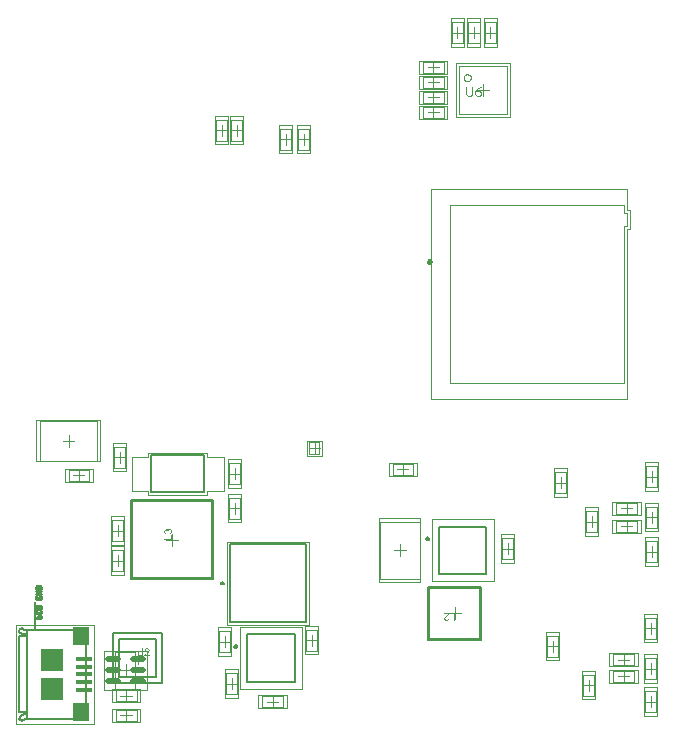
<source format=gbp>
%FSTAX23Y23*%
%MOIN*%
%SFA1B1*%

%IPPOS*%
%ADD10C,0.009449*%
%ADD13C,0.007874*%
%ADD14C,0.005000*%
%ADD16C,0.004000*%
%ADD17C,0.003937*%
%ADD18C,0.010000*%
%ADD19C,0.001969*%
%ADD88O,0.053150X0.017716*%
%ADD89R,0.053150X0.015748*%
%ADD90R,0.055118X0.062992*%
%ADD91R,0.074803X0.074803*%
%LNsolears_v1-1*%
%LPD*%
G36*
X01384Y01353D02*
Y01353D01*
Y01352*
Y01352*
Y01352*
X01384Y01352*
Y01351*
X01384Y01351*
X01384Y0135*
X01384Y01349*
X01384Y01348*
X01384Y01347*
X01384Y01347*
X01383Y01346*
Y01346*
X01383Y01346*
X01383Y01346*
X01383Y01346*
X01383Y01346*
X01383Y01345*
X01382Y01345*
X01382Y01344*
X01381Y01343*
X0138Y01343*
X0138*
X0138Y01343*
X0138Y01343*
X0138Y01343*
X0138Y01343*
X01379Y01342*
X01379Y01342*
X01379Y01342*
X01378Y01342*
X01378Y01342*
X01377Y01342*
X01377Y01342*
X01376Y01342*
X01376Y01342*
X01374Y01341*
X01374*
X01374Y01342*
X01374*
X01373Y01342*
X01373Y01342*
X01372Y01342*
X01371Y01342*
X01371Y01342*
X0137Y01342*
X01369Y01343*
X01369*
X01369Y01343*
X01368Y01343*
X01368Y01343*
X01368Y01343*
X01367Y01344*
X01367Y01344*
X01366Y01345*
X01366Y01345*
X01365Y01346*
Y01346*
X01365Y01346*
X01365Y01346*
X01365Y01347*
X01365Y01347*
X01365Y01347*
X01365Y01347*
X01365Y01348*
X01365Y01348*
X01365Y01349*
X01365Y01349*
X01365Y0135*
X01365Y0135*
X01365Y01351*
X01365Y01352*
Y01353*
Y01367*
X01368*
Y01353*
Y01353*
Y01352*
Y01352*
Y01352*
X01368Y01352*
Y01351*
X01368Y01351*
X01368Y0135*
X01368Y01349*
X01368Y01348*
X01368Y01348*
X01368Y01348*
X01368Y01348*
X01369Y01347*
X01369Y01347*
X01369Y01347*
X01369Y01346*
X0137Y01346*
X0137Y01346*
X01371Y01345*
X01371Y01345*
X01371Y01345*
X01371Y01345*
X01372Y01345*
X01372Y01345*
X01373Y01345*
X01373Y01345*
X01374Y01344*
X01375*
X01375Y01345*
X01375*
X01375Y01345*
X01376Y01345*
X01377Y01345*
X01378Y01345*
X01379Y01346*
X01379Y01346*
X01379Y01346*
X01379Y01346*
X01379Y01346*
X0138Y01346*
X0138Y01346*
X0138Y01347*
X0138Y01347*
X0138Y01347*
X0138Y01348*
X0138Y01348*
X0138Y01348*
X01381Y01349*
X01381Y0135*
X01381Y0135*
X01381Y01351*
X01381Y01352*
Y01353*
Y01367*
X01384*
Y01353*
G37*
G36*
X01398Y01367D02*
X01398Y01367D01*
X01398Y01367*
X01399Y01367*
X01399Y01367*
X014Y01367*
X01401Y01366*
X01401Y01366*
X01402Y01366*
X01402Y01366*
X01403Y01365*
X01403Y01365*
X01403Y01365*
X01403Y01365*
X01403Y01365*
X01403Y01365*
X01403Y01364*
X01404Y01364*
X01404Y01364*
X01404Y01363*
X01405Y01362*
X01405Y01362*
X01405Y01361*
X01405Y01361*
X01405Y0136*
Y0136*
Y0136*
X01405Y0136*
X01405Y01359*
X01405Y01359*
X01405Y01358*
X01404Y01358*
X01404Y01357*
X01404Y01357*
X01404Y01357*
X01404Y01357*
X01404Y01356*
X01403Y01356*
X01403Y01355*
X01403Y01355*
X01402Y01354*
X01402Y01354*
X01402Y01354*
X01402Y01354*
X01401Y01353*
X01401Y01353*
X01401Y01353*
X01401Y01353*
X014Y01352*
X014Y01352*
X014Y01352*
X01399Y01351*
X01399Y01351*
X01398Y0135*
X01397Y0135*
X01397Y0135*
X01397Y0135*
X01397Y0135*
X01397Y01349*
X01397Y01349*
X01396Y01349*
X01396Y01348*
X01395Y01348*
X01395Y01347*
X01394Y01347*
X01394Y01347*
X01394Y01347*
X01394Y01346*
X01394Y01346*
X01393Y01346*
X01393Y01346*
X01393Y01346*
X01393Y01346*
X01392Y01345*
X01405*
Y01342*
X01388*
Y01342*
Y01342*
Y01342*
X01388Y01343*
X01388Y01343*
X01388Y01343*
X01388Y01344*
X01389Y01344*
Y01344*
X01389Y01344*
X01389Y01344*
X01389Y01345*
X01389Y01345*
X01389Y01346*
X0139Y01346*
X0139Y01347*
X01391Y01347*
Y01347*
X01391Y01347*
X01391Y01348*
X01391Y01348*
X01392Y01349*
X01392Y01349*
X01393Y0135*
X01394Y0135*
X01395Y01351*
X01395Y01351*
X01395Y01351*
X01395Y01352*
X01395Y01352*
X01396Y01352*
X01396Y01352*
X01396Y01353*
X01397Y01353*
X01398Y01354*
X01399Y01355*
X01399Y01355*
X014Y01356*
X014Y01356*
X014Y01357*
Y01357*
X014Y01357*
X014Y01357*
X014Y01357*
X01401Y01357*
X01401Y01358*
X01401Y01358*
X01401Y01359*
X01402Y0136*
X01402Y0136*
Y0136*
Y0136*
X01402Y01361*
X01402Y01361*
X01401Y01361*
X01401Y01362*
X01401Y01362*
X01401Y01363*
X014Y01363*
X014Y01363*
X014Y01364*
X014Y01364*
X01399Y01364*
X01399Y01364*
X01398Y01364*
X01398Y01365*
X01397Y01365*
X01397*
X01396Y01365*
X01396Y01365*
X01396Y01364*
X01395Y01364*
X01394Y01364*
X01394Y01364*
X01393Y01363*
X01393Y01363*
X01393Y01363*
X01393Y01363*
X01393Y01362*
X01392Y01362*
X01392Y01361*
X01392Y0136*
X01392Y0136*
X01389Y0136*
Y0136*
X01389Y0136*
Y0136*
X01389Y01361*
X01389Y01361*
X01389Y01361*
X01389Y01362*
X01389Y01362*
X01389Y01363*
X0139Y01364*
X0139Y01364*
X0139Y01365*
X01391Y01365*
X01391Y01365*
X01391Y01365*
X01391Y01365*
X01391Y01366*
X01392Y01366*
X01392Y01366*
X01392Y01366*
X01392Y01366*
X01393Y01366*
X01393Y01366*
X01394Y01367*
X01394Y01367*
X01395Y01367*
X01395Y01367*
X01396Y01367*
X01396Y01367*
X01397Y01367*
X01397*
X01398Y01367*
G37*
G36*
X02423Y01459D02*
X02419D01*
Y01482*
X02407*
Y01485*
X02423*
Y01459*
G37*
G36*
X02405Y01484D02*
Y01484D01*
Y01484*
X02405Y01484*
X02405Y01483*
X02405Y01483*
X02405Y01483*
X02404Y01482*
Y01482*
X02404Y01482*
X02404Y01482*
X02404Y01482*
X02404Y01481*
X02404Y01481*
X02403Y0148*
X02403Y0148*
X02402Y01479*
Y01479*
X02402Y01479*
X02402Y01479*
X02402Y01478*
X02401Y01478*
X02401Y01477*
X024Y01477*
X02399Y01476*
X02398Y01475*
X02398Y01475*
X02398Y01475*
X02398Y01475*
X02398Y01475*
X02397Y01474*
X02397Y01474*
X02397Y01474*
X02396Y01473*
X02395Y01472*
X02394Y01472*
X02394Y01471*
X02393Y01471*
X02393Y0147*
X02393Y0147*
Y0147*
X02393Y0147*
X02393Y0147*
X02393Y0147*
X02392Y01469*
X02392Y01469*
X02392Y01468*
X02392Y01467*
X02391Y01467*
X02391Y01466*
Y01466*
Y01466*
X02391Y01466*
X02391Y01465*
X02392Y01465*
X02392Y01465*
X02392Y01464*
X02392Y01464*
X02393Y01463*
X02393Y01463*
X02393Y01463*
X02393Y01463*
X02394Y01462*
X02394Y01462*
X02395Y01462*
X02395Y01462*
X02396Y01462*
X02396*
X02396Y01462*
X02397Y01462*
X02397Y01462*
X02398Y01462*
X02399Y01462*
X02399Y01463*
X024Y01463*
X024Y01463*
X024Y01463*
X024Y01464*
X024Y01464*
X02401Y01465*
X02401Y01465*
X02401Y01466*
X02401Y01467*
X02404Y01466*
Y01466*
X02404Y01466*
Y01466*
X02404Y01466*
X02404Y01466*
X02404Y01465*
X02404Y01465*
X02404Y01464*
X02404Y01464*
X02403Y01463*
X02403Y01462*
X02403Y01462*
X02402Y01461*
X02402Y01461*
X02402Y01461*
X02402Y01461*
X02402Y01461*
X02401Y01461*
X02401Y01461*
X02401Y01461*
X02401Y0146*
X024Y0146*
X024Y0146*
X02399Y0146*
X02399Y0146*
X02398Y01459*
X02398Y01459*
X02397Y01459*
X02397Y01459*
X02396Y01459*
X02396*
X02395Y01459*
X02395Y01459*
X02395Y01459*
X02394Y01459*
X02394Y01459*
X02393Y0146*
X02392Y0146*
X02392Y0146*
X02391Y01461*
X02391Y01461*
X0239Y01461*
X0239Y01461*
X0239Y01461*
X0239Y01461*
X0239Y01462*
X0239Y01462*
X0239Y01462*
X02389Y01462*
X02389Y01463*
X02389Y01463*
X02388Y01464*
X02388Y01465*
X02388Y01465*
X02388Y01466*
X02388Y01466*
Y01466*
Y01466*
X02388Y01467*
X02388Y01467*
X02388Y01468*
X02388Y01468*
X02389Y01469*
X02389Y01469*
X02389Y01469*
X02389Y01469*
X02389Y0147*
X02389Y0147*
X0239Y01471*
X0239Y01471*
X0239Y01472*
X02391Y01472*
X02391Y01472*
X02391Y01473*
X02391Y01473*
X02392Y01473*
X02392Y01473*
X02392Y01473*
X02392Y01474*
X02393Y01474*
X02393Y01474*
X02393Y01475*
X02394Y01475*
X02394Y01476*
X02395Y01476*
X02396Y01477*
X02396Y01477*
X02396Y01477*
X02396Y01477*
X02396Y01477*
X02396Y01477*
X02397Y01477*
X02397Y01478*
X02398Y01478*
X02398Y01479*
X02399Y0148*
X02399Y0148*
X02399Y0148*
X02399Y0148*
X02399Y0148*
X024Y0148*
X024Y0148*
X024Y01481*
X024Y01481*
X02401Y01482*
X02388*
Y01485*
X02405*
Y01484*
G37*
G36*
X01473Y01765D02*
X01473Y01765D01*
X01473Y01765*
X01474Y01765*
X01474Y01765*
X01475Y01764*
X01475Y01764*
X01476Y01764*
X01476Y01764*
X01477Y01763*
X01477Y01763*
X01478Y01763*
X01478Y01762*
X01478Y01762*
X01478Y01762*
X01478Y01762*
X01478Y01762*
X01478Y01762*
X01479Y01761*
X01479Y01761*
X01479Y0176*
X01479Y0176*
X01479Y01759*
X0148Y01759*
X0148Y01758*
X0148Y01758*
X0148Y01757*
X0148Y01756*
Y01756*
X0148Y01756*
X0148Y01756*
X0148Y01755*
X0148Y01755*
X0148Y01755*
X01479Y01754*
X01479Y01753*
X01479Y01752*
X01479Y01752*
X01478Y01751*
X01478Y01751*
X01478Y01751*
X01478Y01751*
X01478Y01751*
X01478Y01751*
X01477Y0175*
X01477Y0175*
X01477Y0175*
X01477Y0175*
X01476Y0175*
X01476Y01749*
X01475Y01749*
X01474Y01749*
X01473Y01749*
X01473Y01748*
X01472Y01752*
X01472*
X01473Y01752*
X01473Y01752*
X01473Y01752*
X01473Y01752*
X01473Y01752*
X01474Y01752*
X01475Y01752*
X01475Y01753*
X01476Y01753*
X01476Y01753*
X01476Y01753*
X01476Y01754*
X01477Y01754*
X01477Y01754*
X01477Y01755*
X01477Y01755*
X01477Y01756*
X01477Y01756*
Y01757*
X01477Y01757*
X01477Y01757*
X01477Y01758*
X01477Y01758*
X01477Y01759*
X01476Y0176*
X01476Y0176*
X01476Y0176*
X01476Y0176*
X01475Y01761*
X01475Y01761*
X01474Y01761*
X01474Y01761*
X01473Y01762*
X01472Y01762*
X01472*
X01472*
X01472*
X01472Y01762*
X01471Y01762*
X01471Y01761*
X0147Y01761*
X0147Y01761*
X01469Y01761*
X01469Y0176*
X01469Y0176*
X01468Y0176*
X01468Y0176*
X01468Y01759*
X01468Y01759*
X01467Y01758*
X01467Y01757*
X01467Y01757*
Y01756*
X01467Y01756*
X01467Y01756*
X01467Y01755*
X01467Y01755*
X01468Y01755*
X01465Y01755*
Y01755*
X01465Y01755*
Y01756*
X01465Y01756*
X01465Y01757*
X01465Y01757*
X01464Y01758*
X01464Y01758*
X01464Y01759*
Y01759*
X01464Y01759*
X01464Y01759*
X01463Y01759*
X01463Y0176*
X01463Y0176*
X01462Y0176*
X01461Y0176*
X01461Y01761*
X01461*
X01461*
X01461*
X0146*
X0146Y0176*
X0146Y0176*
X01459Y0176*
X01459Y0176*
X01458Y0176*
X01458Y01759*
X01458Y01759*
X01458Y01759*
X01458Y01759*
X01457Y01759*
X01457Y01758*
X01457Y01758*
X01457Y01757*
X01457Y01756*
Y01756*
X01457Y01756*
X01457Y01755*
X01457Y01755*
X01457Y01754*
X01458Y01754*
X01458Y01753*
X01458Y01753*
X01458Y01753*
X01458Y01753*
X01459Y01753*
X01459Y01753*
X0146Y01752*
X0146Y01752*
X01461Y01752*
X01461Y01749*
X01461*
X01461Y01749*
X0146Y01749*
X0146Y01749*
X0146Y01749*
X0146Y01749*
X01459Y01749*
X01458Y0175*
X01457Y0175*
X01457Y01751*
X01456Y01751*
X01456Y01751*
X01456Y01751*
X01456Y01752*
X01456Y01752*
X01456Y01752*
X01455Y01752*
X01455Y01752*
X01455Y01753*
X01455Y01753*
X01454Y01754*
X01454Y01755*
X01454Y01756*
Y01757*
X01454Y01757*
X01454Y01758*
X01454Y01758*
X01455Y01759*
X01455Y01759*
X01455Y0176*
Y0176*
X01455Y0176*
X01455Y0176*
X01455Y01761*
X01456Y01761*
X01456Y01762*
X01456Y01762*
X01457Y01762*
X01458Y01763*
X01458Y01763*
X01458Y01763*
X01458Y01763*
X01458Y01763*
X01459Y01763*
X0146Y01764*
X0146Y01764*
X01461Y01764*
X01461*
X01461*
X01461Y01764*
X01462Y01764*
X01462Y01763*
X01463Y01763*
X01463Y01763*
X01464Y01763*
X01464Y01763*
X01464Y01763*
X01464Y01762*
X01465Y01762*
X01465Y01762*
X01465Y01761*
X01466Y01761*
X01466Y0176*
Y0176*
X01466Y0176*
X01466Y0176*
X01466Y01761*
X01466Y01761*
X01466Y01761*
X01467Y01762*
X01467Y01763*
X01467Y01763*
X01468Y01764*
X01468Y01764*
X01468Y01764*
X01469Y01764*
X01469Y01764*
X0147Y01765*
X0147Y01765*
X01471Y01765*
X01472Y01765*
X01472*
X01472*
X01472*
X01473Y01765*
G37*
G36*
X0148Y0173D02*
X01454D01*
Y01733*
X01477*
Y01746*
X0148*
Y0173*
G37*
G54D10*
X02342Y02657D02*
D01*
X02342Y02657*
X02342Y02657*
X02342Y02658*
X02342Y02658*
X02342Y02658*
X02342Y02659*
X02342Y02659*
X02341Y02659*
X02341Y02659*
X02341Y0266*
X02341Y0266*
X02341Y0266*
X0234Y0266*
X0234Y02661*
X0234Y02661*
X02339Y02661*
X02339Y02661*
X02339Y02661*
X02339Y02661*
X02338Y02661*
X02338Y02661*
X02338Y02661*
X02337*
X02337Y02661*
X02337Y02661*
X02336Y02661*
X02336Y02661*
X02336Y02661*
X02335Y02661*
X02335Y02661*
X02335Y02661*
X02334Y0266*
X02334Y0266*
X02334Y0266*
X02334Y0266*
X02334Y02659*
X02333Y02659*
X02333Y02659*
X02333Y02659*
X02333Y02658*
X02333Y02658*
X02333Y02658*
X02333Y02657*
X02333Y02657*
X02333Y02657*
X02333Y02656*
X02333Y02656*
X02333Y02656*
X02333Y02655*
X02333Y02655*
X02333Y02655*
X02333Y02654*
X02333Y02654*
X02334Y02654*
X02334Y02654*
X02334Y02653*
X02334Y02653*
X02334Y02653*
X02335Y02653*
X02335Y02653*
X02335Y02652*
X02336Y02652*
X02336Y02652*
X02336Y02652*
X02337Y02652*
X02337Y02652*
X02337Y02652*
X02338*
X02338Y02652*
X02338Y02652*
X02339Y02652*
X02339Y02652*
X02339Y02652*
X02339Y02652*
X0234Y02653*
X0234Y02653*
X0234Y02653*
X02341Y02653*
X02341Y02653*
X02341Y02654*
X02341Y02654*
X02341Y02654*
X02342Y02654*
X02342Y02655*
X02342Y02655*
X02342Y02655*
X02342Y02656*
X02342Y02656*
X02342Y02656*
X02342Y02657*
G54D13*
X01302Y01397D02*
X01427D01*
Y01272D02*
Y01397D01*
X01302Y01272D02*
X01427D01*
X01302D02*
Y01397D01*
X02338Y014D02*
X02507D01*
X02338D02*
Y01569D01*
X02507*
Y014D02*
Y01569D01*
X01346Y01601D02*
Y01859D01*
X01613*
Y01601D02*
Y01859D01*
X01346Y01601D02*
X01613D01*
X01282Y01417D02*
X01447D01*
Y01252D02*
Y01417D01*
X01282Y01252D02*
X01447D01*
X01282D02*
Y01417D01*
X02334Y01396D02*
X02511D01*
X02334D02*
Y01573D01*
X02511*
Y01396D02*
Y01573D01*
X01342Y01597D02*
Y01863D01*
X01617*
Y01597D02*
Y01863D01*
X01342Y01597D02*
X01617D01*
X01282Y01417D02*
X01447D01*
Y01252D02*
Y01417D01*
X01282Y01252D02*
X01447D01*
X01282D02*
Y01417D01*
X02334Y01396D02*
X02511D01*
X02334D02*
Y01573D01*
X02511*
Y01396D02*
Y01573D01*
X01342Y01597D02*
Y01863D01*
X01617*
Y01597D02*
Y01863D01*
X01342Y01597D02*
X01617D01*
X01652Y01585D02*
D01*
X01652Y01585*
X01652Y01585*
X01652Y01585*
X01652Y01586*
X01652Y01586*
X01652Y01586*
X01651Y01586*
X01651Y01587*
X01651Y01587*
X01651Y01587*
X01651Y01587*
X01651Y01587*
X0165Y01588*
X0165Y01588*
X0165Y01588*
X0165Y01588*
X01649Y01588*
X01649Y01588*
X01649Y01588*
X01649Y01588*
X01648Y01588*
X01648Y01588*
X01648*
X01648Y01588*
X01647Y01588*
X01647Y01588*
X01647Y01588*
X01646Y01588*
X01646Y01588*
X01646Y01588*
X01646Y01588*
X01646Y01588*
X01645Y01587*
X01645Y01587*
X01645Y01587*
X01645Y01587*
X01645Y01587*
X01644Y01586*
X01644Y01586*
X01644Y01586*
X01644Y01586*
X01644Y01585*
X01644Y01585*
X01644Y01585*
X01644Y01585*
X01644Y01584*
X01644Y01584*
X01644Y01584*
X01644Y01583*
X01644Y01583*
X01644Y01583*
X01644Y01583*
X01645Y01582*
X01645Y01582*
X01645Y01582*
X01645Y01582*
X01645Y01582*
X01646Y01581*
X01646Y01581*
X01646Y01581*
X01646Y01581*
X01646Y01581*
X01647Y01581*
X01647Y01581*
X01647Y01581*
X01648Y01581*
X01648Y01581*
X01648*
X01648Y01581*
X01649Y01581*
X01649Y01581*
X01649Y01581*
X01649Y01581*
X0165Y01581*
X0165Y01581*
X0165Y01581*
X0165Y01581*
X01651Y01582*
X01651Y01582*
X01651Y01582*
X01651Y01582*
X01651Y01582*
X01651Y01583*
X01652Y01583*
X01652Y01583*
X01652Y01583*
X01652Y01584*
X01652Y01584*
X01652Y01584*
X01652Y01585*
X02336Y01733D02*
D01*
X02336Y01733*
X02336Y01733*
X02336Y01734*
X02336Y01734*
X02336Y01734*
X02336Y01734*
X02336Y01735*
X02336Y01735*
X02336Y01735*
X02335Y01735*
X02335Y01736*
X02335Y01736*
X02335Y01736*
X02335Y01736*
X02334Y01736*
X02334Y01736*
X02334Y01737*
X02334Y01737*
X02333Y01737*
X02333Y01737*
X02333Y01737*
X02333Y01737*
X02332*
X02332Y01737*
X02332Y01737*
X02331Y01737*
X02331Y01737*
X02331Y01737*
X02331Y01736*
X0233Y01736*
X0233Y01736*
X0233Y01736*
X0233Y01736*
X0233Y01736*
X02329Y01735*
X02329Y01735*
X02329Y01735*
X02329Y01735*
X02329Y01734*
X02329Y01734*
X02329Y01734*
X02329Y01734*
X02328Y01733*
X02328Y01733*
X02328Y01733*
X02328Y01733*
X02328Y01732*
X02329Y01732*
X02329Y01732*
X02329Y01732*
X02329Y01731*
X02329Y01731*
X02329Y01731*
X02329Y01731*
X02329Y0173*
X0233Y0173*
X0233Y0173*
X0233Y0173*
X0233Y0173*
X0233Y01729*
X02331Y01729*
X02331Y01729*
X02331Y01729*
X02331Y01729*
X02332Y01729*
X02332Y01729*
X02332Y01729*
X02333*
X02333Y01729*
X02333Y01729*
X02333Y01729*
X02334Y01729*
X02334Y01729*
X02334Y01729*
X02334Y01729*
X02335Y0173*
X02335Y0173*
X02335Y0173*
X02335Y0173*
X02335Y0173*
X02336Y01731*
X02336Y01731*
X02336Y01731*
X02336Y01731*
X02336Y01732*
X02336Y01732*
X02336Y01732*
X02336Y01732*
X02336Y01733*
X02336Y01733*
X01696Y01374D02*
D01*
X01696Y01374*
X01695Y01374*
X01695Y01375*
X01695Y01375*
X01695Y01375*
X01695Y01375*
X01695Y01376*
X01695Y01376*
X01695Y01376*
X01695Y01376*
X01694Y01377*
X01694Y01377*
X01694Y01377*
X01694Y01377*
X01694Y01377*
X01693Y01377*
X01693Y01378*
X01693Y01378*
X01693Y01378*
X01692Y01378*
X01692Y01378*
X01692Y01378*
X01691*
X01691Y01378*
X01691Y01378*
X01691Y01378*
X0169Y01378*
X0169Y01378*
X0169Y01377*
X0169Y01377*
X01689Y01377*
X01689Y01377*
X01689Y01377*
X01689Y01377*
X01689Y01376*
X01688Y01376*
X01688Y01376*
X01688Y01376*
X01688Y01375*
X01688Y01375*
X01688Y01375*
X01688Y01375*
X01688Y01374*
X01688Y01374*
X01688Y01374*
X01688Y01374*
X01688Y01373*
X01688Y01373*
X01688Y01373*
X01688Y01373*
X01688Y01372*
X01688Y01372*
X01688Y01372*
X01688Y01372*
X01689Y01371*
X01689Y01371*
X01689Y01371*
X01689Y01371*
X01689Y01371*
X0169Y0137*
X0169Y0137*
X0169Y0137*
X0169Y0137*
X01691Y0137*
X01691Y0137*
X01691Y0137*
X01691Y0137*
X01692*
X01692Y0137*
X01692Y0137*
X01693Y0137*
X01693Y0137*
X01693Y0137*
X01693Y0137*
X01694Y0137*
X01694Y01371*
X01694Y01371*
X01694Y01371*
X01694Y01371*
X01695Y01371*
X01695Y01372*
X01695Y01372*
X01695Y01372*
X01695Y01372*
X01695Y01373*
X01695Y01373*
X01695Y01373*
X01695Y01373*
X01696Y01374*
X01696Y01374*
G54D14*
X00997Y01131D02*
D01*
X00996Y01131*
X00995Y01132*
X00994Y01132*
X00993Y01132*
X00993Y01132*
X00992Y01132*
X00991Y01132*
X0099Y01132*
X00989Y01132*
X00989Y01132*
X00988Y01132*
X00987Y01132*
X00986Y01131*
X00986Y01131*
X00985Y0113*
X00984Y0113*
X00984Y01129*
X00983Y01129*
X00982Y01128*
X00982Y01128*
X00981Y01127*
X00981Y01126*
X00981Y01126*
X00993Y01147D02*
D01*
X00991Y01147*
X0099Y01147*
X00989Y01147*
X00988Y01147*
X00986Y01147*
X00985Y01147*
X00984Y01147*
X00983Y01146*
X00982Y01146*
X0098Y01145*
X00979Y01145*
X00978Y01144*
X00977Y01143*
X00976Y01142*
X00975Y01141*
X00975Y01141*
X00974Y0114*
X00973Y01138*
X00972Y01137*
X00972Y01136*
X00971Y01135*
X00971Y01134*
X00971Y01133*
X00981Y01435D02*
D01*
X00981Y01435*
X00982Y01434*
X00982Y01433*
X00983Y01433*
X00983Y01432*
X00984Y01432*
X00984Y01431*
X00985Y01431*
X00986Y0143*
X00987Y0143*
X00987Y0143*
X00988Y01429*
X00989Y01429*
X0099Y01429*
X00991Y01429*
X00991Y01429*
X00992Y01429*
X00993Y01429*
X00994Y01429*
X00995Y0143*
X00995Y0143*
X00996Y0143*
X00997Y0143*
X00969Y01428D02*
D01*
X00969Y01427*
X0097Y01426*
X0097Y01424*
X00971Y01423*
X00972Y01422*
X00973Y01421*
X00974Y0142*
X00974Y01419*
X00975Y01418*
X00977Y01417*
X00978Y01417*
X00979Y01416*
X0098Y01415*
X00981Y01415*
X00983Y01415*
X00984Y01414*
X00985Y01414*
X00987Y01414*
X00988Y01414*
X00989Y01414*
X00991Y01414*
X00992Y01414*
X00993Y01415*
X01193Y01131D02*
Y0143D01*
X01022D02*
X01193D01*
X00995D02*
X01022D01*
X00995Y01131D02*
Y0143D01*
Y01131D02*
X00997D01*
X01193*
X00971Y01133D02*
X00981Y01126D01*
X00971Y01155D02*
X00993D01*
X00971D02*
Y01407D01*
X00993*
X00969Y01428D02*
X00981Y01435D01*
X01022Y0143D02*
Y01523D01*
X01674Y01714D02*
X01925D01*
Y01455D02*
Y01714D01*
X01674Y01455D02*
X01925D01*
X01674D02*
Y01714D01*
X02371Y01616D02*
Y01773D01*
X02528Y01616D02*
Y01773D01*
X02371D02*
X02528D01*
X02371Y01616D02*
X02528D01*
X01411Y02011D02*
X01588D01*
Y01888D02*
Y02011D01*
X01411Y01888D02*
X01588D01*
X01411D02*
Y02011D01*
X01729Y01254D02*
Y01415D01*
X0189Y01254D02*
Y01415D01*
X01729D02*
X0189D01*
X01729Y01254D02*
X0189D01*
G54D16*
X02461Y0324D02*
Y03215D01*
X02466Y0321*
X02476*
X02481Y03215*
Y0324*
X02511D02*
X02501Y03235D01*
X02491Y03225*
Y03215*
X02496Y0321*
X02506*
X02511Y03215*
Y0322*
X02506Y03225*
X02491*
G54D17*
X02476Y0327D02*
D01*
X02476Y0327*
X02476Y03271*
X02476Y03272*
X02475Y03273*
X02475Y03274*
X02475Y03274*
X02474Y03275*
X02474Y03276*
X02474Y03276*
X02473Y03277*
X02473Y03278*
X02472Y03278*
X02471Y03279*
X02471Y03279*
X0247Y0328*
X02469Y0328*
X02468Y0328*
X02468Y03281*
X02467Y03281*
X02466Y03281*
X02465Y03281*
X02464Y03281*
X02464*
X02463Y03281*
X02462Y03281*
X02461Y03281*
X0246Y03281*
X0246Y0328*
X02459Y0328*
X02458Y0328*
X02457Y03279*
X02457Y03279*
X02456Y03278*
X02456Y03278*
X02455Y03277*
X02454Y03276*
X02454Y03276*
X02454Y03275*
X02453Y03274*
X02453Y03274*
X02453Y03273*
X02452Y03272*
X02452Y03271*
X02452Y0327*
X02452Y0327*
X02452Y03269*
X02452Y03268*
X02452Y03267*
X02453Y03266*
X02453Y03265*
X02453Y03265*
X02454Y03264*
X02454Y03263*
X02454Y03263*
X02455Y03262*
X02456Y03261*
X02456Y03261*
X02457Y0326*
X02457Y0326*
X02458Y03259*
X02459Y03259*
X0246Y03259*
X0246Y03258*
X02461Y03258*
X02462Y03258*
X02463Y03258*
X02464Y03258*
X02464*
X02465Y03258*
X02466Y03258*
X02467Y03258*
X02468Y03258*
X02468Y03259*
X02469Y03259*
X0247Y03259*
X02471Y0326*
X02471Y0326*
X02472Y03261*
X02473Y03261*
X02473Y03262*
X02474Y03263*
X02474Y03263*
X02474Y03264*
X02475Y03265*
X02475Y03265*
X02475Y03266*
X02476Y03267*
X02476Y03268*
X02476Y03269*
X02476Y0327*
X03061Y01724D02*
X03098D01*
X03061Y01655D02*
X03098D01*
Y01724*
X03061Y01655D02*
Y01724D01*
Y01839D02*
X03098D01*
X03061Y0177D02*
X03098D01*
Y01839*
X03061Y0177D02*
Y01839D01*
Y01974D02*
X03098D01*
X03061Y01905D02*
X03098D01*
Y01974*
X03061Y01905D02*
Y01974D01*
X02756Y01954D02*
X02793D01*
X02756Y01885D02*
X02793D01*
Y01954*
X02756Y01885D02*
Y01954D01*
X0296Y01756D02*
Y01793D01*
X03029Y01756D02*
Y01793D01*
X0296D02*
X03029D01*
X0296Y01756D02*
X03029D01*
X0296Y01816D02*
Y01853D01*
X03029Y01816D02*
Y01853D01*
X0296D02*
X03029D01*
X0296Y01816D02*
X03029D01*
X02851Y01279D02*
X02888D01*
X02851Y0121D02*
X02888D01*
Y01279*
X02851Y0121D02*
Y01279D01*
X03056Y01469D02*
X03093D01*
X03056Y014D02*
X03093D01*
Y01469*
X03056Y014D02*
Y01469D01*
X02731Y01409D02*
X02768D01*
X02731Y0134D02*
X02768D01*
Y01409*
X02731Y0134D02*
Y01409D01*
X0295Y01256D02*
Y01293D01*
X03019Y01256D02*
Y01293D01*
X0295D02*
X03019D01*
X0295Y01256D02*
X03019D01*
X0295Y01311D02*
Y01348D01*
X03019Y01311D02*
Y01348D01*
X0295D02*
X03019D01*
X0295Y01311D02*
X03019D01*
X03056Y01334D02*
X03093D01*
X03056Y01265D02*
X03093D01*
Y01334*
X03056Y01265D02*
Y01334D01*
Y01224D02*
X03093D01*
X03056Y01155D02*
X03093D01*
Y01224*
X03056Y01155D02*
Y01224D01*
X01204Y01926D02*
Y01963D01*
X01135Y01926D02*
Y01963D01*
Y01926D02*
X01204D01*
X01135Y01963D02*
X01204D01*
X01676Y03129D02*
X01713D01*
X01676Y0306D02*
X01713D01*
Y03129*
X01676Y0306D02*
Y03129D01*
X01626D02*
X01663D01*
X01626Y0306D02*
X01663D01*
Y03129*
X01626Y0306D02*
Y03129D01*
X0104Y02126D02*
X01229D01*
X0104Y01993D02*
X01229D01*
X0104D02*
Y02126D01*
X01229Y01993D02*
Y02126D01*
X02215Y01946D02*
Y01983D01*
X02284Y01946D02*
Y01983D01*
X02215D02*
X02284D01*
X02215Y01946D02*
X02284D01*
X02861Y01824D02*
X02898D01*
X02861Y01755D02*
X02898D01*
Y01824*
X02861Y01755D02*
Y01824D01*
X01901Y03099D02*
X01938D01*
X01901Y0303D02*
X01938D01*
Y03099*
X01901Y0303D02*
Y03099D01*
X01841D02*
X01878D01*
X01841Y0303D02*
X01878D01*
Y03099*
X01841Y0303D02*
Y03099D01*
X02986Y02253D02*
Y02775D01*
X02405Y02253D02*
X02986D01*
X02405D02*
Y02846D01*
X02986Y02775D02*
X02996D01*
Y02818*
X02986D02*
X02996D01*
X02986D02*
Y02846D01*
X02405D02*
X02986D01*
X02435Y03149D02*
Y0331D01*
X02597Y03149D02*
Y0331D01*
X02435D02*
X02597D01*
X02435Y03149D02*
X02597D01*
X02385Y03236D02*
Y03273D01*
X02316Y03236D02*
Y03273D01*
Y03236D02*
X02385D01*
X02316Y03273D02*
X02385D01*
Y03286D02*
Y03323D01*
X02316Y03286D02*
Y03323D01*
Y03286D02*
X02385D01*
X02316Y03323D02*
X02385D01*
Y03186D02*
Y03223D01*
X02316Y03186D02*
Y03223D01*
Y03186D02*
X02385D01*
X02316Y03223D02*
X02385D01*
Y03136D02*
Y03173D01*
X02316Y03136D02*
Y03173D01*
Y03136D02*
X02385D01*
X02316Y03173D02*
X02385D01*
X02412Y03454D02*
X0245D01*
X02412Y03385D02*
X0245D01*
Y03454*
X02412Y03385D02*
Y03454D01*
X02522D02*
X0256D01*
X02522Y03385D02*
X0256D01*
Y03454*
X02522Y03385D02*
Y03454D01*
X02467D02*
X02505D01*
X02467Y03385D02*
X02505D01*
Y03454*
X02467Y03385D02*
Y03454D01*
X01971Y02014D02*
Y02055D01*
X01938Y02014D02*
Y02055D01*
Y02014D02*
X01971D01*
X01938Y02055D02*
X01971D01*
X01291Y01356D02*
X01358D01*
X01291Y01233D02*
X01358D01*
Y01356*
X01291Y01233D02*
Y01356D01*
X01293Y01191D02*
Y01228D01*
X01362Y01191D02*
Y01228D01*
X01293D02*
X01362D01*
X01293Y01191D02*
X01362D01*
X01293Y01126D02*
Y01163D01*
X01362Y01126D02*
Y01163D01*
X01293D02*
X01362D01*
X01293Y01126D02*
X01362D01*
X02306Y016D02*
Y01789D01*
X02173Y016D02*
Y01789D01*
X02306*
X02173Y016D02*
X02306D01*
X01281Y01625D02*
X01318D01*
X01281Y01694D02*
X01318D01*
X01281Y01625D02*
Y01694D01*
X01318Y01625D02*
Y01694D01*
X01281Y01725D02*
X01318D01*
X01281Y01794D02*
X01318D01*
X01281Y01725D02*
Y01794D01*
X01318Y01725D02*
Y01794D01*
X01671Y01915D02*
X01708D01*
X01671Y01984D02*
X01708D01*
X01671Y01915D02*
Y01984D01*
X01708Y01915D02*
Y01984D01*
X01671Y018D02*
X01708D01*
X01671Y01869D02*
X01708D01*
X01671Y018D02*
Y01869D01*
X01708Y018D02*
Y01869D01*
X01286Y0197D02*
X01323D01*
X01286Y02039D02*
X01323D01*
X01286Y0197D02*
Y02039D01*
X01323Y0197D02*
Y02039D01*
X01926Y01429D02*
X01963D01*
X01926Y0136D02*
X01963D01*
Y01429*
X01926Y0136D02*
Y01429D01*
X01661Y01215D02*
X01698D01*
X01661Y01284D02*
X01698D01*
X01661Y01215D02*
Y01284D01*
X01698Y01215D02*
Y01284D01*
X01636Y01424D02*
X01673D01*
X01636Y01355D02*
X01673D01*
Y01424*
X01636Y01355D02*
Y01424D01*
X01849Y01171D02*
Y01208D01*
X0178Y01171D02*
Y01208D01*
Y01171D02*
X01849D01*
X0178Y01208D02*
X01849D01*
X02581Y01734D02*
X02618D01*
X02581Y01665D02*
X02618D01*
Y01734*
X02581Y01665D02*
Y01734D01*
X03058Y01737D02*
X03101D01*
X03058Y01642D02*
X03101D01*
Y01737*
X03058Y01642D02*
Y01737D01*
X0308Y01671D02*
Y01708D01*
X03061Y0169D02*
X03098D01*
X03058Y01852D02*
X03101D01*
X03058Y01757D02*
X03101D01*
Y01852*
X03058Y01757D02*
Y01852D01*
X0308Y01786D02*
Y01823D01*
X03061Y01805D02*
X03098D01*
X03058Y01987D02*
X03101D01*
X03058Y01892D02*
X03101D01*
Y01987*
X03058Y01892D02*
Y01987D01*
X0308Y01921D02*
Y01958D01*
X03061Y0194D02*
X03098D01*
X02753Y01967D02*
X02796D01*
X02753Y01872D02*
X02796D01*
Y01967*
X02753Y01872D02*
Y01967D01*
X02775Y01901D02*
Y01938D01*
X02756Y0192D02*
X02793D01*
X02947Y01753D02*
Y01796D01*
X03042Y01753D02*
Y01796D01*
X02947D02*
X03042D01*
X02947Y01753D02*
X03042D01*
X02976Y01775D02*
X03013D01*
X02995Y01756D02*
Y01793D01*
X02947Y01813D02*
Y01856D01*
X03042Y01813D02*
Y01856D01*
X02947D02*
X03042D01*
X02947Y01813D02*
X03042D01*
X02976Y01835D02*
X03013D01*
X02995Y01816D02*
Y01853D01*
X02848Y01292D02*
X02891D01*
X02848Y01197D02*
X02891D01*
Y01292*
X02848Y01197D02*
Y01292D01*
X0287Y01226D02*
Y01263D01*
X02851Y01245D02*
X02888D01*
X03053Y01482D02*
X03096D01*
X03053Y01387D02*
X03096D01*
Y01482*
X03053Y01387D02*
Y01482D01*
X03075Y01416D02*
Y01453D01*
X03056Y01435D02*
X03093D01*
X02728Y01422D02*
X02771D01*
X02728Y01327D02*
X02771D01*
Y01422*
X02728Y01327D02*
Y01422D01*
X0275Y01356D02*
Y01393D01*
X02731Y01375D02*
X02768D01*
X02937Y01253D02*
Y01296D01*
X03032Y01253D02*
Y01296D01*
X02937D02*
X03032D01*
X02937Y01253D02*
X03032D01*
X02966Y01275D02*
X03003D01*
X02985Y01256D02*
Y01293D01*
X02937Y01308D02*
Y01351D01*
X03032Y01308D02*
Y01351D01*
X02937D02*
X03032D01*
X02937Y01308D02*
X03032D01*
X02966Y0133D02*
X03003D01*
X02985Y01311D02*
Y01348D01*
X03053Y01347D02*
X03096D01*
X03053Y01252D02*
X03096D01*
Y01347*
X03053Y01252D02*
Y01347D01*
X03075Y01281D02*
Y01318D01*
X03056Y013D02*
X03093D01*
X03053Y01237D02*
X03096D01*
X03053Y01142D02*
X03096D01*
Y01237*
X03053Y01142D02*
Y01237D01*
X03075Y01171D02*
Y01208D01*
X03056Y0119D02*
X03093D01*
X01217Y01923D02*
Y01966D01*
X01122Y01923D02*
Y01966D01*
Y01923D02*
X01217D01*
X01122Y01966D02*
X01217D01*
X01151Y01945D02*
X01188D01*
X0117Y01926D02*
Y01963D01*
X01673Y03142D02*
X01716D01*
X01673Y03047D02*
X01716D01*
Y03142*
X01673Y03047D02*
Y03142D01*
X01695Y03076D02*
Y03113D01*
X01676Y03095D02*
X01713D01*
X01623Y03142D02*
X01666D01*
X01623Y03047D02*
X01666D01*
Y03142*
X01623Y03047D02*
Y03142D01*
X01645Y03076D02*
Y03113D01*
X01626Y03095D02*
X01663D01*
X01135Y0204D02*
Y02079D01*
X01115Y0206D02*
X01154D01*
X01028Y02128D02*
X01241D01*
X01028Y01991D02*
X01241D01*
X01028D02*
Y02128D01*
X01241Y01991D02*
Y02128D01*
X02202Y01943D02*
Y01986D01*
X02297Y01943D02*
Y01986D01*
X02202D02*
X02297D01*
X02202Y01943D02*
X02297D01*
X02231Y01965D02*
X02268D01*
X0225Y01946D02*
Y01983D01*
X02858Y01837D02*
X02901D01*
X02858Y01742D02*
X02901D01*
Y01837*
X02858Y01742D02*
Y01837D01*
X0288Y01771D02*
Y01808D01*
X02861Y0179D02*
X02898D01*
X01898Y03112D02*
X01941D01*
X01898Y03017D02*
X01941D01*
Y03112*
X01898Y03017D02*
Y03112D01*
X0192Y03046D02*
Y03083D01*
X01901Y03065D02*
X01938D01*
X01838Y03112D02*
X01881D01*
X01838Y03017D02*
X01881D01*
Y03112*
X01838Y03017D02*
Y03112D01*
X0186Y03046D02*
Y03083D01*
X01841Y03065D02*
X01878D01*
X02496Y0323D02*
X02536D01*
X02516Y0321D02*
Y03249D01*
X02398Y03233D02*
Y03276D01*
X02304Y03233D02*
Y03276D01*
Y03233D02*
X02398D01*
X02304Y03276D02*
X02398D01*
X02332Y03255D02*
X0237D01*
X02351Y03236D02*
Y03273D01*
X02398Y03283D02*
Y03326D01*
X02304Y03283D02*
Y03326D01*
Y03283D02*
X02398D01*
X02304Y03326D02*
X02398D01*
X02332Y03305D02*
X0237D01*
X02351Y03286D02*
Y03323D01*
X02398Y03183D02*
Y03226D01*
X02304Y03183D02*
Y03226D01*
Y03183D02*
X02398D01*
X02304Y03226D02*
X02398D01*
X02332Y03205D02*
X0237D01*
X02351Y03186D02*
Y03223D01*
X02398Y03133D02*
Y03176D01*
X02304Y03133D02*
Y03176D01*
Y03133D02*
X02398D01*
X02304Y03176D02*
X02398D01*
X02332Y03155D02*
X0237D01*
X02351Y03136D02*
Y03173D01*
X02409Y03467D02*
X02452D01*
X02409Y03372D02*
X02452D01*
Y03467*
X02409Y03372D02*
Y03467D01*
X02431Y03401D02*
Y03438D01*
X02412Y0342D02*
X0245D01*
X02519Y03467D02*
X02562D01*
X02519Y03372D02*
X02562D01*
Y03467*
X02519Y03372D02*
Y03467D01*
X02541Y03401D02*
Y03438D01*
X02522Y0342D02*
X0256D01*
X02464Y03467D02*
X02507D01*
X02464Y03372D02*
X02507D01*
Y03467*
X02464Y03372D02*
Y03467D01*
X02486Y03401D02*
Y03438D01*
X02467Y0342D02*
X02505D01*
X01935Y02035D02*
X01974D01*
X01955Y02015D02*
Y02054D01*
X01325Y01275D02*
Y01314D01*
X01305Y01295D02*
X01344D01*
X0128Y01188D02*
Y01231D01*
X01374Y01188D02*
Y01231D01*
X0128D02*
X01374D01*
X0128Y01188D02*
X01374D01*
X01308Y0121D02*
X01346D01*
X01327Y01191D02*
Y01228D01*
X0128Y01123D02*
Y01166D01*
X01374Y01123D02*
Y01166D01*
X0128D02*
X01374D01*
X0128Y01123D02*
X01374D01*
X01308Y01145D02*
X01346D01*
X01327Y01126D02*
Y01163D01*
X0222Y01695D02*
X02259D01*
X0224Y01675D02*
Y01714D01*
X02308Y01588D02*
Y01801D01*
X02171Y01588D02*
Y01801D01*
X02308*
X02171Y01588D02*
X02308D01*
X01278Y01612D02*
X01321D01*
X01278Y01707D02*
X01321D01*
X01278Y01612D02*
Y01707D01*
X01321Y01612D02*
Y01707D01*
X013Y01641D02*
Y01678D01*
X01281Y0166D02*
X01318D01*
X01278Y01712D02*
X01321D01*
X01278Y01807D02*
X01321D01*
X01278Y01712D02*
Y01807D01*
X01321Y01712D02*
Y01807D01*
X013Y01741D02*
Y01778D01*
X01281Y0176D02*
X01318D01*
X01668Y01902D02*
X01711D01*
X01668Y01997D02*
X01711D01*
X01668Y01902D02*
Y01997D01*
X01711Y01902D02*
Y01997D01*
X0169Y01931D02*
Y01968D01*
X01671Y0195D02*
X01708D01*
X01668Y01787D02*
X01711D01*
X01668Y01882D02*
X01711D01*
X01668Y01787D02*
Y01882D01*
X01711Y01787D02*
Y01882D01*
X0169Y01816D02*
Y01853D01*
X01671Y01835D02*
X01708D01*
X01283Y01957D02*
X01326D01*
X01283Y02052D02*
X01326D01*
X01283Y01957D02*
Y02052D01*
X01326Y01957D02*
Y02052D01*
X01305Y01986D02*
Y02023D01*
X01286Y02005D02*
X01323D01*
X01923Y01442D02*
X01966D01*
X01923Y01347D02*
X01966D01*
Y01442*
X01923Y01347D02*
Y01442D01*
X01945Y01376D02*
Y01413D01*
X01926Y01395D02*
X01963D01*
X01658Y01202D02*
X01701D01*
X01658Y01297D02*
X01701D01*
X01658Y01202D02*
Y01297D01*
X01701Y01202D02*
Y01297D01*
X0168Y01231D02*
Y01268D01*
X01661Y0125D02*
X01698D01*
X01633Y01437D02*
X01676D01*
X01633Y01342D02*
X01676D01*
Y01437*
X01633Y01342D02*
Y01437D01*
X01655Y01371D02*
Y01408D01*
X01636Y0139D02*
X01673D01*
X01862Y01168D02*
Y01211D01*
X01767Y01168D02*
Y01211D01*
Y01168D02*
X01862D01*
X01767Y01211D02*
X01862D01*
X01796Y0119D02*
X01833D01*
X01815Y01171D02*
Y01208D01*
X02578Y01747D02*
X02621D01*
X02578Y01652D02*
X02621D01*
Y01747*
X02578Y01652D02*
Y01747D01*
X026Y01681D02*
Y01718D01*
X02581Y017D02*
X02618D01*
X01345Y01335D02*
X01384D01*
X01365Y01315D02*
Y01354D01*
X02403Y01485D02*
X02443D01*
X02423Y01465D02*
Y01504D01*
X0148Y0171D02*
Y0175D01*
X0146Y0173D02*
X01499D01*
G54D18*
X01028Y01468D02*
X01044D01*
Y01476*
X01041Y01478*
X01036*
X01033Y01476*
Y01468*
X01041Y01494D02*
X01044Y01492D01*
Y01486*
X01041Y01484*
X01031*
X01028Y01486*
Y01492*
X01031Y01494*
X01044Y015D02*
X01028D01*
Y01508*
X01031Y0151*
X01033*
X01036Y01508*
Y015*
Y01508*
X01039Y0151*
X01041*
X01044Y01508*
Y015*
Y01542D02*
Y01532D01*
X01028*
Y01542*
X01036Y01532D02*
Y01537D01*
X01028Y01548D02*
X01044D01*
X01028Y01558*
X01044*
Y01564D02*
X01028D01*
Y01572*
X01031Y01574*
X01041*
X01044Y01572*
Y01564*
G54D19*
X02342Y022D02*
Y02899D01*
X02996*
X02342Y022D02*
X02996D01*
Y02765*
X03006*
Y02828*
X02996D02*
X03006D01*
X02996D02*
Y02899D01*
X02425Y03139D02*
Y0332D01*
Y03139D02*
X02606D01*
Y0332*
X02425D02*
X02606D01*
X0198Y02009D02*
Y0206D01*
X01929Y02009D02*
Y0206D01*
Y02009D02*
X0198D01*
X01929Y0206D02*
X0198D01*
X01252Y01359D02*
X01397D01*
X01252Y0123D02*
X01397D01*
Y01359*
X01252Y0123D02*
Y01359D01*
X00961Y01115D02*
X01221D01*
X00961D02*
Y01446D01*
X01221*
Y01115D02*
Y01446D01*
X01664Y01446D02*
Y01723D01*
Y01446D02*
X01935D01*
Y01723*
X01664D02*
X01935D01*
X02552Y01592D02*
Y01797D01*
X02347Y01592D02*
Y01797D01*
X02552*
X02347Y01592D02*
X02552D01*
X01346Y01893D02*
Y02006D01*
Y01893D02*
X01401D01*
Y01879D02*
Y01893D01*
Y01879D02*
X01598D01*
Y01893*
X01653*
Y02006*
X01598D02*
X01653D01*
X01598D02*
Y0202D01*
X01401D02*
X01598D01*
X01401Y02006D02*
Y0202D01*
X01346Y02006D02*
X01401D01*
X01912Y01232D02*
Y01437D01*
X01707Y01232D02*
Y01437D01*
X01912*
X01707Y01232D02*
X01912D01*
G54D88*
X01367Y01332D03*
Y01295D03*
Y01257D03*
X01282Y01332D03*
Y01295D03*
Y01257D03*
G54D89*
X01185Y0123D03*
Y01255D03*
Y01281D03*
Y01306D03*
Y01332D03*
G54D90*
X01176Y01155D03*
Y01407D03*
G54D91*
X01079Y01233D03*
Y01328D03*
M02*
</source>
